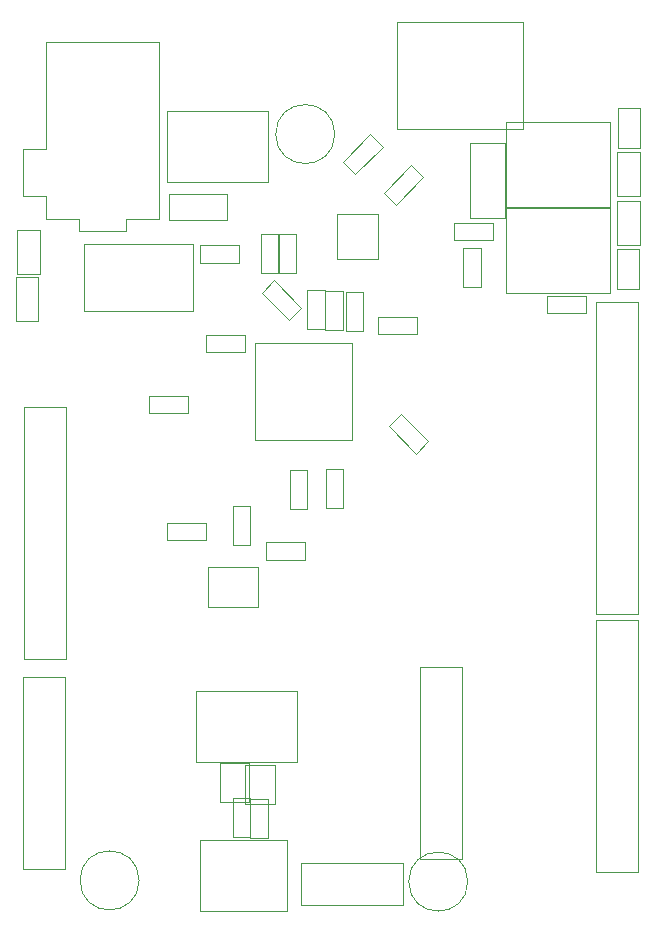
<source format=gbr>
%TF.GenerationSoftware,KiCad,Pcbnew,7.0.10*%
%TF.CreationDate,2024-01-30T02:50:09+05:30*%
%TF.ProjectId,rp2040-basic-m1,72703230-3430-42d6-9261-7369632d6d31,rev?*%
%TF.SameCoordinates,Original*%
%TF.FileFunction,Other,User*%
%FSLAX46Y46*%
G04 Gerber Fmt 4.6, Leading zero omitted, Abs format (unit mm)*
G04 Created by KiCad (PCBNEW 7.0.10) date 2024-01-30 02:50:09*
%MOMM*%
%LPD*%
G01*
G04 APERTURE LIST*
%ADD10C,0.050000*%
G04 APERTURE END LIST*
D10*
%TO.C,SW2*%
X84700000Y-22810500D02*
X93200000Y-22810500D01*
X84700000Y-28810500D02*
X84700000Y-22810500D01*
X93200000Y-22810500D02*
X93200000Y-28810500D01*
X93200000Y-28810500D02*
X84700000Y-28810500D01*
%TO.C,C6*%
X86480000Y-48370000D02*
X83180000Y-48370000D01*
X86480000Y-46910000D02*
X86480000Y-48370000D01*
X83180000Y-48370000D02*
X83180000Y-46910000D01*
X83180000Y-46910000D02*
X86480000Y-46910000D01*
%TO.C,U2*%
X113400000Y-31000000D02*
X113400000Y-38200000D01*
X113400000Y-38200000D02*
X122200000Y-38200000D01*
X122200000Y-31000000D02*
X113400000Y-31000000D01*
X122200000Y-38200000D02*
X122200000Y-31000000D01*
%TO.C,J7*%
X106050000Y-69880500D02*
X109600000Y-69880500D01*
X106050000Y-86130500D02*
X106050000Y-69880500D01*
X109600000Y-69880500D02*
X109600000Y-86130500D01*
X109600000Y-86130500D02*
X106050000Y-86130500D01*
%TO.C,REF\u002A\u002A*%
X98870000Y-24760500D02*
G75*
G03*
X93870000Y-24760500I-2500000J0D01*
G01*
X93870000Y-24760500D02*
G75*
G03*
X98870000Y-24760500I2500000J0D01*
G01*
%TO.C,J5*%
X76000000Y-87000000D02*
X72450000Y-87000000D01*
X76000000Y-70750000D02*
X76000000Y-87000000D01*
X72450000Y-87000000D02*
X72450000Y-70750000D01*
X72450000Y-70750000D02*
X76000000Y-70750000D01*
%TO.C,J6*%
X72600000Y-47890500D02*
X76150000Y-47890500D01*
X72600000Y-69240500D02*
X72600000Y-47890500D01*
X76150000Y-47890500D02*
X76150000Y-69240500D01*
X76150000Y-69240500D02*
X72600000Y-69240500D01*
%TO.C,R8*%
X124650000Y-34480500D02*
X124650000Y-37840500D01*
X122750000Y-34480500D02*
X124650000Y-34480500D01*
X124650000Y-37840500D02*
X122750000Y-37840500D01*
X122750000Y-37840500D02*
X122750000Y-34480500D01*
%TO.C,R7*%
X71875000Y-40560500D02*
X71875000Y-36860500D01*
X73775000Y-40560500D02*
X71875000Y-40560500D01*
X71875000Y-36860500D02*
X73775000Y-36860500D01*
X73775000Y-36860500D02*
X73775000Y-40560500D01*
%TO.C,C5*%
X95000538Y-40522914D02*
X92667086Y-38189462D01*
X96032914Y-39490538D02*
X95000538Y-40522914D01*
X92667086Y-38189462D02*
X93699462Y-37157086D01*
X93699462Y-37157086D02*
X96032914Y-39490538D01*
%TO.C,R16*%
X90250000Y-59552500D02*
X90250000Y-56252500D01*
X91710000Y-59552500D02*
X90250000Y-59552500D01*
X90250000Y-56252500D02*
X91710000Y-56252500D01*
X91710000Y-56252500D02*
X91710000Y-59552500D01*
%TO.C,J3*%
X124520000Y-65420500D02*
X120970000Y-65420500D01*
X124520000Y-39020500D02*
X124520000Y-65420500D01*
X120970000Y-65420500D02*
X120970000Y-39020500D01*
X120970000Y-39020500D02*
X124520000Y-39020500D01*
%TO.C,C7*%
X91272000Y-43204500D02*
X87972000Y-43204500D01*
X91272000Y-41744500D02*
X91272000Y-43204500D01*
X87972000Y-43204500D02*
X87972000Y-41744500D01*
X87972000Y-41744500D02*
X91272000Y-41744500D01*
%TO.C,C1*%
X93027500Y-59330000D02*
X96327500Y-59330000D01*
X93027500Y-60790000D02*
X93027500Y-59330000D01*
X96327500Y-59330000D02*
X96327500Y-60790000D01*
X96327500Y-60790000D02*
X93027500Y-60790000D01*
%TO.C,D3*%
X102498000Y-31489000D02*
X99098000Y-31489000D01*
X99098000Y-31489000D02*
X99098000Y-35329000D01*
X102498000Y-35329000D02*
X102498000Y-31489000D01*
X99098000Y-35329000D02*
X102498000Y-35329000D01*
%TO.C,Y1*%
X88130000Y-61400000D02*
X88130000Y-64800000D01*
X88130000Y-64800000D02*
X92330000Y-64800000D01*
X92330000Y-61400000D02*
X88130000Y-61400000D01*
X92330000Y-64800000D02*
X92330000Y-61400000D01*
%TO.C,F1*%
X84862500Y-29820000D02*
X89762500Y-29820000D01*
X84862500Y-32060000D02*
X84862500Y-29820000D01*
X89762500Y-29820000D02*
X89762500Y-32060000D01*
X89762500Y-32060000D02*
X84862500Y-32060000D01*
%TO.C,C15*%
X87477500Y-34190000D02*
X90777500Y-34190000D01*
X87477500Y-35650000D02*
X87477500Y-34190000D01*
X90777500Y-34190000D02*
X90777500Y-35650000D01*
X90777500Y-35650000D02*
X87477500Y-35650000D01*
%TO.C,C3*%
X92634300Y-36540000D02*
X92634300Y-33240000D01*
X94094300Y-36540000D02*
X92634300Y-36540000D01*
X92634300Y-33240000D02*
X94094300Y-33240000D01*
X94094300Y-33240000D02*
X94094300Y-36540000D01*
%TO.C,C9*%
X104455462Y-48455586D02*
X106788914Y-50789038D01*
X103423086Y-49487962D02*
X104455462Y-48455586D01*
X106788914Y-50789038D02*
X105756538Y-51821414D01*
X105756538Y-51821414D02*
X103423086Y-49487962D01*
%TO.C,U4*%
X113350000Y-23700000D02*
X113350000Y-30900000D01*
X113350000Y-30900000D02*
X122150000Y-30900000D01*
X122150000Y-23700000D02*
X113350000Y-23700000D01*
X122150000Y-30900000D02*
X122150000Y-23700000D01*
%TO.C,R4*%
X99530000Y-38032500D02*
X99530000Y-41332500D01*
X98070000Y-38032500D02*
X99530000Y-38032500D01*
X99530000Y-41332500D02*
X98070000Y-41332500D01*
X98070000Y-41332500D02*
X98070000Y-38032500D01*
%TO.C,JP2*%
X91300000Y-81450000D02*
X93800000Y-81450000D01*
X91300000Y-81450000D02*
X91300000Y-78150000D01*
X93800000Y-78150000D02*
X93800000Y-81450000D01*
X93800000Y-78150000D02*
X91300000Y-78150000D01*
%TO.C,J2*%
X87500000Y-84530000D02*
X94800000Y-84530000D01*
X87500000Y-90580000D02*
X87500000Y-84530000D01*
X94800000Y-84530000D02*
X94800000Y-90580000D01*
X94800000Y-90580000D02*
X87500000Y-90580000D01*
%TO.C,C14*%
X109750000Y-37682500D02*
X109750000Y-34382500D01*
X111210000Y-37682500D02*
X109750000Y-37682500D01*
X109750000Y-34382500D02*
X111210000Y-34382500D01*
X111210000Y-34382500D02*
X111210000Y-37682500D01*
%TO.C,D5*%
X122800000Y-30010500D02*
X122800000Y-26310500D01*
X124700000Y-30010500D02*
X122800000Y-30010500D01*
X122800000Y-26310500D02*
X124700000Y-26310500D01*
X124700000Y-26310500D02*
X124700000Y-30010500D01*
%TO.C,C12*%
X99790000Y-41440000D02*
X99790000Y-38140000D01*
X101250000Y-41440000D02*
X99790000Y-41440000D01*
X99790000Y-38140000D02*
X101250000Y-38140000D01*
X101250000Y-38140000D02*
X101250000Y-41440000D01*
%TO.C,R2*%
X106362914Y-28419462D02*
X104029462Y-30752914D01*
X105330538Y-27387086D02*
X106362914Y-28419462D01*
X104029462Y-30752914D02*
X102997086Y-29720538D01*
X102997086Y-29720538D02*
X105330538Y-27387086D01*
%TO.C,U1*%
X92106000Y-42418500D02*
X92106000Y-50658500D01*
X92106000Y-50658500D02*
X100346000Y-50658500D01*
X100346000Y-42418500D02*
X92106000Y-42418500D01*
X100346000Y-50658500D02*
X100346000Y-42418500D01*
%TO.C,R6*%
X73900000Y-32885500D02*
X73900000Y-36585500D01*
X72000000Y-32885500D02*
X73900000Y-32885500D01*
X73900000Y-36585500D02*
X72000000Y-36585500D01*
X72000000Y-36585500D02*
X72000000Y-32885500D01*
%TO.C,JP1*%
X89140000Y-81330000D02*
X91640000Y-81330000D01*
X89140000Y-81330000D02*
X89140000Y-78030000D01*
X91640000Y-78030000D02*
X91640000Y-81330000D01*
X91640000Y-78030000D02*
X89140000Y-78030000D01*
%TO.C,J1*%
X114795000Y-24335500D02*
X104155000Y-24335500D01*
X114795000Y-15305500D02*
X114795000Y-24335500D01*
X104155000Y-24335500D02*
X104155000Y-15305500D01*
X104155000Y-15305500D02*
X114795000Y-15305500D01*
%TO.C,C11*%
X96520000Y-53193000D02*
X96520000Y-56493000D01*
X95060000Y-53193000D02*
X96520000Y-53193000D01*
X96520000Y-56493000D02*
X95060000Y-56493000D01*
X95060000Y-56493000D02*
X95060000Y-53193000D01*
%TO.C,R5*%
X98020000Y-38002500D02*
X98020000Y-41302500D01*
X96560000Y-38002500D02*
X98020000Y-38002500D01*
X98020000Y-41302500D02*
X96560000Y-41302500D01*
X96560000Y-41302500D02*
X96560000Y-38002500D01*
%TO.C,C10*%
X102500000Y-40230500D02*
X105800000Y-40230500D01*
X102500000Y-41690500D02*
X102500000Y-40230500D01*
X105800000Y-40230500D02*
X105800000Y-41690500D01*
X105800000Y-41690500D02*
X102500000Y-41690500D01*
%TO.C,D4*%
X124700000Y-30460500D02*
X124700000Y-34160500D01*
X122800000Y-30460500D02*
X124700000Y-30460500D01*
X124700000Y-34160500D02*
X122800000Y-34160500D01*
X122800000Y-34160500D02*
X122800000Y-30460500D01*
%TO.C,U3*%
X77606000Y-34026500D02*
X77606000Y-39746500D01*
X77606000Y-39746500D02*
X86906000Y-39746500D01*
X86906000Y-34026500D02*
X77606000Y-34026500D01*
X86906000Y-39746500D02*
X86906000Y-34026500D01*
%TO.C,SW1*%
X87130000Y-71930000D02*
X95630000Y-71930000D01*
X87130000Y-77930000D02*
X87130000Y-71930000D01*
X95630000Y-71930000D02*
X95630000Y-77930000D01*
X95630000Y-77930000D02*
X87130000Y-77930000D01*
%TO.C,R1*%
X124750000Y-22580500D02*
X124750000Y-25940500D01*
X122850000Y-22580500D02*
X124750000Y-22580500D01*
X124750000Y-25940500D02*
X122850000Y-25940500D01*
X122850000Y-25940500D02*
X122850000Y-22580500D01*
%TO.C,J4*%
X124575000Y-87280000D02*
X121025000Y-87280000D01*
X124575000Y-65930000D02*
X124575000Y-87280000D01*
X121025000Y-87280000D02*
X121025000Y-65930000D01*
X121025000Y-65930000D02*
X124575000Y-65930000D01*
%TO.C,C4*%
X94158300Y-36540000D02*
X94158300Y-33240000D01*
X95618300Y-36540000D02*
X94158300Y-36540000D01*
X94158300Y-33240000D02*
X95618300Y-33240000D01*
X95618300Y-33240000D02*
X95618300Y-36540000D01*
%TO.C,R33*%
X98100000Y-56412500D02*
X98100000Y-53112500D01*
X99560000Y-56412500D02*
X98100000Y-56412500D01*
X98100000Y-53112500D02*
X99560000Y-53112500D01*
X99560000Y-53112500D02*
X99560000Y-56412500D01*
%TO.C,J9*%
X74448000Y-16992500D02*
X83948000Y-16992500D01*
X74448000Y-25992500D02*
X74448000Y-16992500D01*
X72448000Y-25992500D02*
X74448000Y-25992500D01*
X74448000Y-29992500D02*
X72448000Y-29992500D01*
X72448000Y-29992500D02*
X72448000Y-25992500D01*
X83948000Y-31992500D02*
X83948000Y-16992500D01*
X83698000Y-31992500D02*
X83948000Y-31992500D01*
X83698000Y-31992500D02*
X81198000Y-31992500D01*
X81198000Y-31992500D02*
X81198000Y-32992500D01*
X77198000Y-31992500D02*
X74448000Y-31992500D01*
X74448000Y-31992500D02*
X74448000Y-29992500D01*
X81198000Y-32992500D02*
X77198000Y-32992500D01*
X77198000Y-32992500D02*
X77198000Y-31992500D01*
%TO.C,C2*%
X88002500Y-59130000D02*
X84702500Y-59130000D01*
X88002500Y-57670000D02*
X88002500Y-59130000D01*
X84702500Y-59130000D02*
X84702500Y-57670000D01*
X84702500Y-57670000D02*
X88002500Y-57670000D01*
%TO.C,J8*%
X96020000Y-90000000D02*
X96020000Y-86450000D01*
X104670000Y-90000000D02*
X96020000Y-90000000D01*
X96020000Y-86450000D02*
X104670000Y-86450000D01*
X104670000Y-86450000D02*
X104670000Y-90000000D01*
%TO.C,C13*%
X112272500Y-33760000D02*
X108972500Y-33760000D01*
X112272500Y-32300000D02*
X112272500Y-33760000D01*
X108972500Y-33760000D02*
X108972500Y-32300000D01*
X108972500Y-32300000D02*
X112272500Y-32300000D01*
%TO.C,R3*%
X102922914Y-25829462D02*
X100589462Y-28162914D01*
X101890538Y-24797086D02*
X102922914Y-25829462D01*
X100589462Y-28162914D02*
X99557086Y-27130538D01*
X99557086Y-27130538D02*
X101890538Y-24797086D01*
%TO.C,REF\u002A\u002A*%
X110130000Y-88050500D02*
G75*
G03*
X105130000Y-88050500I-2500000J0D01*
G01*
X105130000Y-88050500D02*
G75*
G03*
X110130000Y-88050500I2500000J0D01*
G01*
%TO.C,C8*%
X116800000Y-38480500D02*
X120100000Y-38480500D01*
X116800000Y-39940500D02*
X116800000Y-38480500D01*
X120100000Y-38480500D02*
X120100000Y-39940500D01*
X120100000Y-39940500D02*
X116800000Y-39940500D01*
%TO.C,REF\u002A\u002A*%
X82300000Y-87950000D02*
G75*
G03*
X77300000Y-87950000I-2500000J0D01*
G01*
X77300000Y-87950000D02*
G75*
G03*
X82300000Y-87950000I2500000J0D01*
G01*
%TO.C,R15*%
X91730000Y-84400000D02*
X91730000Y-81100000D01*
X93190000Y-84400000D02*
X91730000Y-84400000D01*
X91730000Y-81100000D02*
X93190000Y-81100000D01*
X93190000Y-81100000D02*
X93190000Y-84400000D01*
%TO.C,R17*%
X90230000Y-84300000D02*
X90230000Y-81000000D01*
X91690000Y-84300000D02*
X90230000Y-84300000D01*
X90230000Y-81000000D02*
X91690000Y-81000000D01*
X91690000Y-81000000D02*
X91690000Y-84300000D01*
%TO.C,D1*%
X110300000Y-31850000D02*
X113300000Y-31850000D01*
X110300000Y-31850000D02*
X110300000Y-25550000D01*
X110300000Y-25550000D02*
X113300000Y-25550000D01*
X113300000Y-25550000D02*
X113300000Y-31850000D01*
%TD*%
M02*

</source>
